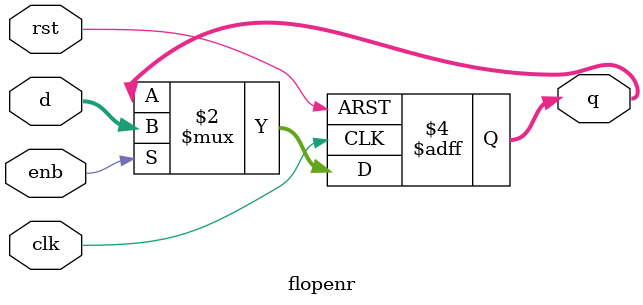
<source format=sv>
module flopenr # (parameter WIDTH = 8 )
				  (
				  input logic clk, rst,enb,
				  input logic [WIDTH-1:0] d,
				  output logic [WIDTH-1:0] q);
				  
	always_ff@(posedge clk, posedge rst)
		if(rst) q<=0;
		else if(enb)    q<=d;
		
	
endmodule
</source>
